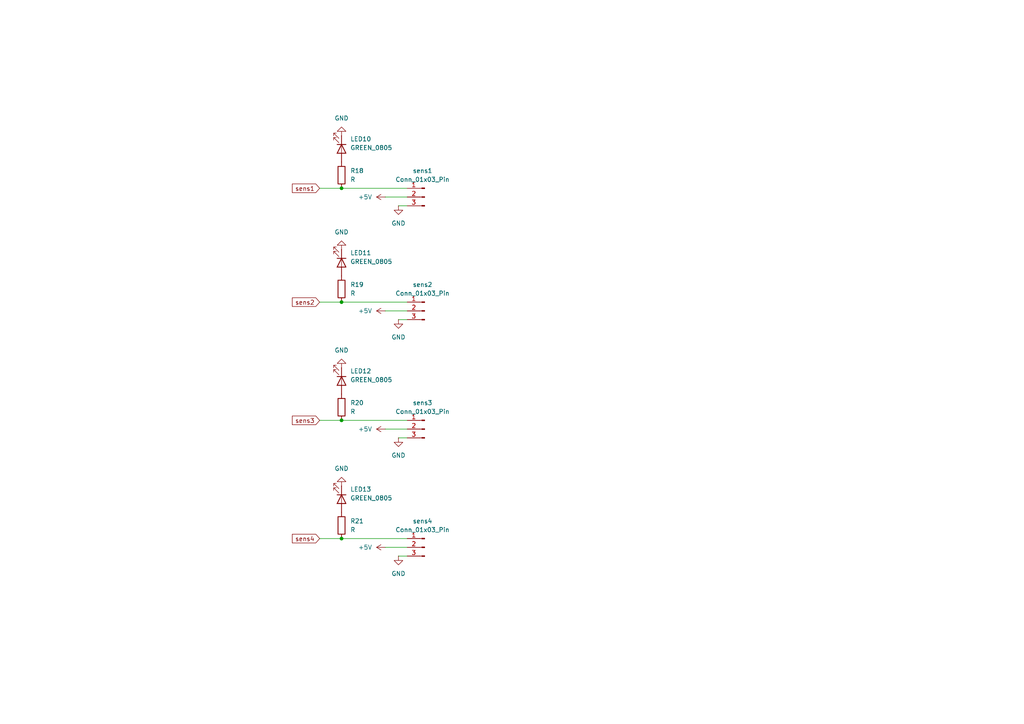
<source format=kicad_sch>
(kicad_sch (version 20231120) (generator "eeschema") (generator_version "8.0")
  (paper "A4")
  (lib_symbols
    (symbol "Connector:Conn_01x03_Pin" (pin_names (offset 1.016) hide)
      (property "Reference" "J" (at 0 5.08 0))
      (property "Value" "Conn_01x03_Pin" (at 0 -5.08 0))
      (symbol "Conn_01x03_Pin_1_1"
        (polyline (pts (xy 1.27 -2.54) (xy 0.8636 -2.54)) (stroke (width 0.1524)))
        (polyline (pts (xy 1.27 0) (xy 0.8636 0)) (stroke (width 0.1524)))
        (polyline (pts (xy 1.27 2.54) (xy 0.8636 2.54)) (stroke (width 0.1524)))
        (rectangle (start 0.8636 -2.413) (end 0 -2.667) (stroke (width 0.1524)) (fill (type outline)))
        (rectangle (start 0.8636 0.127) (end 0 -0.127) (stroke (width 0.1524)) (fill (type outline)))
        (rectangle (start 0.8636 2.667) (end 0 2.413) (stroke (width 0.1524)) (fill (type outline)))
        (pin passive line (at 5.08 2.54 180) (length 3.81) (name "Pin_1") (number "1"))
        (pin passive line (at 5.08 0 180) (length 3.81) (name "Pin_2") (number "2"))
        (pin passive line (at 5.08 -2.54 180) (length 3.81) (name "Pin_3") (number "3"))
      )
    )
    (symbol "Device:LED" (pin_numbers hide) (pin_names (offset 1.016) hide)
      (property "Reference" "D" (at 0 2.54 0))
      (property "Value" "LED" (at 0 -2.54 0))
      (symbol "LED_0_1"
        (polyline (pts (xy -1.27 -1.27) (xy -1.27 1.27)) (stroke (width 0.254)))
        (polyline (pts (xy -1.27 0) (xy 1.27 0)))
        (polyline (pts (xy 1.27 -1.27) (xy 1.27 1.27) (xy -1.27 0) (xy 1.27 -1.27)) (stroke (width 0.254)))
        (polyline (pts (xy -3.048 -0.762) (xy -4.572 -2.286) (xy -3.81 -2.286) (xy -4.572 -2.286) (xy -4.572 -1.524)))
        (polyline (pts (xy -1.778 -0.762) (xy -3.302 -2.286) (xy -2.54 -2.286) (xy -3.302 -2.286) (xy -3.302 -1.524)))
      )
      (symbol "LED_1_1"
        (pin passive line (at -3.81 0 0) (length 2.54) (name "K") (number "1"))
        (pin passive line (at 3.81 0 180) (length 2.54) (name "A") (number "2"))
      )
    )
    (symbol "Device:R" (pin_numbers hide) (pin_names (offset 0))
      (property "Reference" "R" (at 2.032 0 90))
      (property "Value" "R" (at 0 0 90))
      (symbol "R_0_1"
        (rectangle (start -1.016 -2.54) (end 1.016 2.54) (stroke (width 0.254)))
      )
      (symbol "R_1_1"
        (pin passive line (at 0 3.81 270) (length 1.27) (name "~") (number "1"))
        (pin passive line (at 0 -3.81 90) (length 1.27) (name "~") (number "2"))
      )
    )
    (symbol "power:+5V" (power) (pin_numbers hide) (pin_names (offset 0) hide)
      (property "Value" "+5V" (at 0 3.556 0))
      (symbol "+5V_0_1"
        (polyline (pts (xy -0.762 1.27) (xy 0 2.54)))
        (polyline (pts (xy 0 0) (xy 0 2.54)))
        (polyline (pts (xy 0 2.54) (xy 0.762 1.27)))
      )
      (symbol "+5V_1_1"
        (pin power_in line (at 0 0 90) (length 0) (name "~") (number "1"))
      )
    )
    (symbol "power:GND" (power) (pin_numbers hide) (pin_names (offset 0) hide)
      (property "Value" "GND" (at 0 -3.81 0))
      (symbol "GND_0_1"
        (polyline (pts (xy 0 0) (xy 0 -1.27) (xy 1.27 -1.27) (xy 0 -2.54) (xy -1.27 -1.27) (xy 0 -1.27)))
      )
      (symbol "GND_1_1"
        (pin power_in line (at 0 0 270) (length 0) (name "~") (number "1"))
      )
    )
  )
  (junction (at 99.06 54.61))
  (junction (at 99.06 156.21))
  (junction (at 99.06 87.63))
  (junction (at 99.06 121.92))
  (wire (pts (xy 92.71 121.92) (xy 99.06 121.92)))
  (wire (pts (xy 111.76 158.75) (xy 118.11 158.75)))
  (wire (pts (xy 92.71 156.21) (xy 99.06 156.21)))
  (wire (pts (xy 99.06 121.92) (xy 118.11 121.92)))
  (wire (pts (xy 115.57 161.29) (xy 118.11 161.29)))
  (wire (pts (xy 92.71 87.63) (xy 99.06 87.63)))
  (wire (pts (xy 115.57 92.71) (xy 118.11 92.71)))
  (wire (pts (xy 99.06 156.21) (xy 118.11 156.21)))
  (wire (pts (xy 99.06 54.61) (xy 118.11 54.61)))
  (wire (pts (xy 111.76 90.17) (xy 118.11 90.17)))
  (wire (pts (xy 115.57 59.69) (xy 118.11 59.69)))
  (wire (pts (xy 111.76 57.15) (xy 118.11 57.15)))
  (wire (pts (xy 115.57 127) (xy 118.11 127)))
  (wire (pts (xy 92.71 54.61) (xy 99.06 54.61)))
  (wire (pts (xy 99.06 87.63) (xy 118.11 87.63)))
  (wire (pts (xy 111.76 124.46) (xy 118.11 124.46)))
  (global_label "sens2" (shape input) (at 92.71 87.63 180) (property "Intersheetrefs" "${INTERSHEET_REFS}" (effects (hide yes))))
  (global_label "sens3" (shape input) (at 92.71 121.92 180) (property "Intersheetrefs" "${INTERSHEET_REFS}" (effects (hide yes))))
  (global_label "sens4" (shape input) (at 92.71 156.21 180) (property "Intersheetrefs" "${INTERSHEET_REFS}" (effects (hide yes))))
  (global_label "sens1" (shape input) (at 92.71 54.61 180) (property "Intersheetrefs" "${INTERSHEET_REFS}" (effects (hide yes))))
  (symbol (lib_id "power:+5V") (at 111.76 158.75 90) (unit 1)
    (property "Reference" "#PWR070" (effects (hide yes)))
    (property "Value" "+5V" (at 107.95 158.7499 90) (effects (justify left)))
    (property "Description" "Power symbol creates a global label with name \"+5V\"" (effects (hide yes)))
  )
  (symbol (lib_id "power:+5V") (at 111.76 124.46 90) (unit 1)
    (property "Reference" "#PWR069" (effects (hide yes)))
    (property "Value" "+5V" (at 107.95 124.4599 90) (effects (justify left)))
    (property "Description" "Power symbol creates a global label with name \"+5V\"" (effects (hide yes)))
  )
  (symbol (lib_id "power:GND") (at 99.06 140.97 180) (unit 1)
    (property "Reference" "#PWR066" (effects (hide yes)))
    (property "Value" "GND" (at 99.06 135.89 0))
    (property "Description" "Power symbol creates a global label with name \"GND\" , ground" (effects (hide yes)))
  )
  (symbol (lib_id "Connector:Conn_01x03_Pin") (at 123.19 124.46 0) (mirror y) (unit 1)
    (property "Reference" "sens3" (at 122.555 116.84 0))
    (property "Value" "Conn_01x03_Pin" (at 122.555 119.38 0))
    (property "Footprint" "Connector_JST:JST_XH_S3B-XH-A_1x03_P2.50mm_Horizontal" (effects (hide yes)))
    (property "Description" "Generic connector, single row, 01x03, script generated" (effects (hide yes)))
  )
  (symbol (lib_id "power:GND") (at 115.57 127 0) (unit 1)
    (property "Reference" "#PWR073" (effects (hide yes)))
    (property "Value" "GND" (at 115.57 132.08 0))
    (property "Description" "Power symbol creates a global label with name \"GND\" , ground" (effects (hide yes)))
  )
  (symbol (lib_id "Device:LED") (at 99.06 43.18 270) (unit 1)
    (property "Reference" "LED10" (at 101.6 40.3224 90) (effects (justify left)))
    (property "Value" "GREEN_0805" (at 101.6 42.8624 90) (effects (justify left)))
    (property "Footprint" "LED_SMD:LED_0805_2012Metric_Pad1.15x1.40mm_HandSolder" (effects (hide yes)))
    (property "Description" "Light emitting diode" (effects (hide yes)))
  )
  (symbol (lib_id "power:GND") (at 115.57 161.29 0) (unit 1)
    (property "Reference" "#PWR074" (effects (hide yes)))
    (property "Value" "GND" (at 115.57 166.37 0))
    (property "Description" "Power symbol creates a global label with name \"GND\" , ground" (effects (hide yes)))
  )
  (symbol (lib_id "Connector:Conn_01x03_Pin") (at 123.19 57.15 0) (mirror y) (unit 1)
    (property "Reference" "sens1" (at 122.555 49.53 0))
    (property "Value" "Conn_01x03_Pin" (at 122.555 52.07 0))
    (property "Footprint" "Connector_JST:JST_XH_S3B-XH-A_1x03_P2.50mm_Horizontal" (effects (hide yes)))
    (property "Description" "Generic connector, single row, 01x03, script generated" (effects (hide yes)))
  )
  (symbol (lib_id "power:+5V") (at 111.76 57.15 90) (unit 1)
    (property "Reference" "#PWR067" (effects (hide yes)))
    (property "Value" "+5V" (at 107.95 57.1499 90) (effects (justify left)))
    (property "Description" "Power symbol creates a global label with name \"+5V\"" (effects (hide yes)))
  )
  (symbol (lib_id "power:GND") (at 115.57 92.71 0) (unit 1)
    (property "Reference" "#PWR072" (effects (hide yes)))
    (property "Value" "GND" (at 115.57 97.79 0))
    (property "Description" "Power symbol creates a global label with name \"GND\" , ground" (effects (hide yes)))
  )
  (symbol (lib_id "power:+5V") (at 111.76 90.17 90) (unit 1)
    (property "Reference" "#PWR068" (effects (hide yes)))
    (property "Value" "+5V" (at 107.95 90.1699 90) (effects (justify left)))
    (property "Description" "Power symbol creates a global label with name \"+5V\"" (effects (hide yes)))
  )
  (symbol (lib_id "Device:R") (at 99.06 118.11 0) (unit 1)
    (property "Reference" "R20" (at 101.6 116.8399 0) (effects (justify left)))
    (property "Value" "R" (at 101.6 119.3799 0) (effects (justify left)))
    (property "Footprint" "Resistor_SMD:R_0805_2012Metric_Pad1.20x1.40mm_HandSolder" (effects (hide yes)))
    (property "Description" "Resistor" (effects (hide yes)))
  )
  (symbol (lib_id "Connector:Conn_01x03_Pin") (at 123.19 158.75 0) (mirror y) (unit 1)
    (property "Reference" "sens4" (at 122.555 151.13 0))
    (property "Value" "Conn_01x03_Pin" (at 122.555 153.67 0))
    (property "Footprint" "Connector_JST:JST_XH_S3B-XH-A_1x03_P2.50mm_Horizontal" (effects (hide yes)))
    (property "Description" "Generic connector, single row, 01x03, script generated" (effects (hide yes)))
  )
  (symbol (lib_id "power:GND") (at 115.57 59.69 0) (unit 1)
    (property "Reference" "#PWR071" (effects (hide yes)))
    (property "Value" "GND" (at 115.57 64.77 0))
    (property "Description" "Power symbol creates a global label with name \"GND\" , ground" (effects (hide yes)))
  )
  (symbol (lib_id "Connector:Conn_01x03_Pin") (at 123.19 90.17 0) (mirror y) (unit 1)
    (property "Reference" "sens2" (at 122.555 82.55 0))
    (property "Value" "Conn_01x03_Pin" (at 122.555 85.09 0))
    (property "Footprint" "Connector_JST:JST_XH_S3B-XH-A_1x03_P2.50mm_Horizontal" (effects (hide yes)))
    (property "Description" "Generic connector, single row, 01x03, script generated" (effects (hide yes)))
  )
  (symbol (lib_id "power:GND") (at 99.06 72.39 180) (unit 1)
    (property "Reference" "#PWR064" (effects (hide yes)))
    (property "Value" "GND" (at 99.06 67.31 0))
    (property "Description" "Power symbol creates a global label with name \"GND\" , ground" (effects (hide yes)))
  )
  (symbol (lib_id "Device:LED") (at 99.06 76.2 270) (unit 1)
    (property "Reference" "LED11" (at 101.6 73.3424 90) (effects (justify left)))
    (property "Value" "GREEN_0805" (at 101.6 75.8824 90) (effects (justify left)))
    (property "Footprint" "LED_SMD:LED_0805_2012Metric_Pad1.15x1.40mm_HandSolder" (effects (hide yes)))
    (property "Description" "Light emitting diode" (effects (hide yes)))
  )
  (symbol (lib_id "Device:R") (at 99.06 152.4 0) (unit 1)
    (property "Reference" "R21" (at 101.6 151.1299 0) (effects (justify left)))
    (property "Value" "R" (at 101.6 153.6699 0) (effects (justify left)))
    (property "Footprint" "Resistor_SMD:R_0805_2012Metric_Pad1.20x1.40mm_HandSolder" (effects (hide yes)))
    (property "Description" "Resistor" (effects (hide yes)))
  )
  (symbol (lib_id "Device:R") (at 99.06 50.8 0) (unit 1)
    (property "Reference" "R18" (at 101.6 49.5299 0) (effects (justify left)))
    (property "Value" "R" (at 101.6 52.0699 0) (effects (justify left)))
    (property "Footprint" "Resistor_SMD:R_0805_2012Metric_Pad1.20x1.40mm_HandSolder" (effects (hide yes)))
    (property "Description" "Resistor" (effects (hide yes)))
  )
  (symbol (lib_id "Device:LED") (at 99.06 110.49 270) (unit 1)
    (property "Reference" "LED12" (at 101.6 107.6324 90) (effects (justify left)))
    (property "Value" "GREEN_0805" (at 101.6 110.1724 90) (effects (justify left)))
    (property "Footprint" "LED_SMD:LED_0805_2012Metric_Pad1.15x1.40mm_HandSolder" (effects (hide yes)))
    (property "Description" "Light emitting diode" (effects (hide yes)))
  )
  (symbol (lib_id "Device:LED") (at 99.06 144.78 270) (unit 1)
    (property "Reference" "LED13" (at 101.6 141.9224 90) (effects (justify left)))
    (property "Value" "GREEN_0805" (at 101.6 144.4624 90) (effects (justify left)))
    (property "Footprint" "LED_SMD:LED_0805_2012Metric_Pad1.15x1.40mm_HandSolder" (effects (hide yes)))
    (property "Description" "Light emitting diode" (effects (hide yes)))
  )
  (symbol (lib_id "power:GND") (at 99.06 106.68 180) (unit 1)
    (property "Reference" "#PWR065" (effects (hide yes)))
    (property "Value" "GND" (at 99.06 101.6 0))
    (property "Description" "Power symbol creates a global label with name \"GND\" , ground" (effects (hide yes)))
  )
  (symbol (lib_id "Device:R") (at 99.06 83.82 0) (unit 1)
    (property "Reference" "R19" (at 101.6 82.5499 0) (effects (justify left)))
    (property "Value" "R" (at 101.6 85.0899 0) (effects (justify left)))
    (property "Footprint" "Resistor_SMD:R_0805_2012Metric_Pad1.20x1.40mm_HandSolder" (effects (hide yes)))
    (property "Description" "Resistor" (effects (hide yes)))
  )
  (symbol (lib_id "power:GND") (at 99.06 39.37 180) (unit 1)
    (property "Reference" "#PWR063" (effects (hide yes)))
    (property "Value" "GND" (at 99.06 34.29 0))
    (property "Description" "Power symbol creates a global label with name \"GND\" , ground" (effects (hide yes)))
  )
)
</source>
